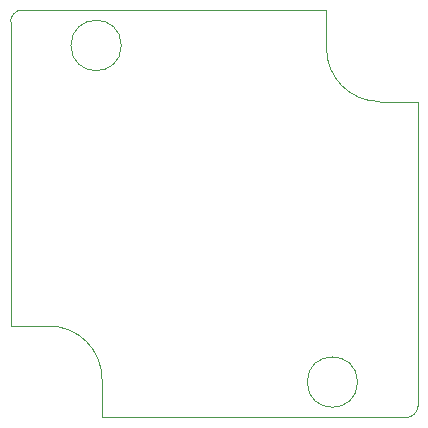
<source format=gbr>
%TF.GenerationSoftware,KiCad,Pcbnew,7.0.10-7.0.10~ubuntu22.04.1*%
%TF.CreationDate,2024-01-03T09:44:53-05:00*%
%TF.ProjectId,source-splitter,736f7572-6365-42d7-9370-6c6974746572,rev?*%
%TF.SameCoordinates,Original*%
%TF.FileFunction,Profile,NP*%
%FSLAX46Y46*%
G04 Gerber Fmt 4.6, Leading zero omitted, Abs format (unit mm)*
G04 Created by KiCad (PCBNEW 7.0.10-7.0.10~ubuntu22.04.1) date 2024-01-03 09:44:53*
%MOMM*%
%LPD*%
G01*
G04 APERTURE LIST*
%TA.AperFunction,Profile*%
%ADD10C,0.050000*%
%TD*%
G04 APERTURE END LIST*
D10*
X27533600Y-25400000D02*
G75*
G03*
X23266400Y-25400000I-2133600J0D01*
G01*
X23266400Y-25400000D02*
G75*
G03*
X27533600Y-25400000I2133600J0D01*
G01*
X18150000Y-49154080D02*
X18150000Y-23400000D01*
X52650000Y-30145800D02*
X52650000Y-55900000D01*
X18150000Y-49154080D02*
X21400008Y-49154080D01*
X51650000Y-56900000D02*
G75*
G03*
X52650000Y-55900000I0J1000000D01*
G01*
X19150000Y-22400000D02*
X44904203Y-22400000D01*
X51650000Y-56900000D02*
X25895808Y-56900000D01*
X19150000Y-22400000D02*
G75*
G03*
X18150000Y-23400000I0J-1000000D01*
G01*
X25895808Y-56900000D02*
X25895808Y-53650000D01*
X49400000Y-30145800D02*
X52650000Y-30145800D01*
X25895820Y-53649880D02*
G75*
G03*
X21400008Y-49154080I-4495820J-20D01*
G01*
X47533600Y-53900000D02*
G75*
G03*
X43266400Y-53900000I-2133600J0D01*
G01*
X43266400Y-53900000D02*
G75*
G03*
X47533600Y-53900000I2133600J0D01*
G01*
X44904203Y-25650000D02*
X44904203Y-22400000D01*
X44904200Y-25650000D02*
G75*
G03*
X49400003Y-30145800I4495800J0D01*
G01*
M02*

</source>
